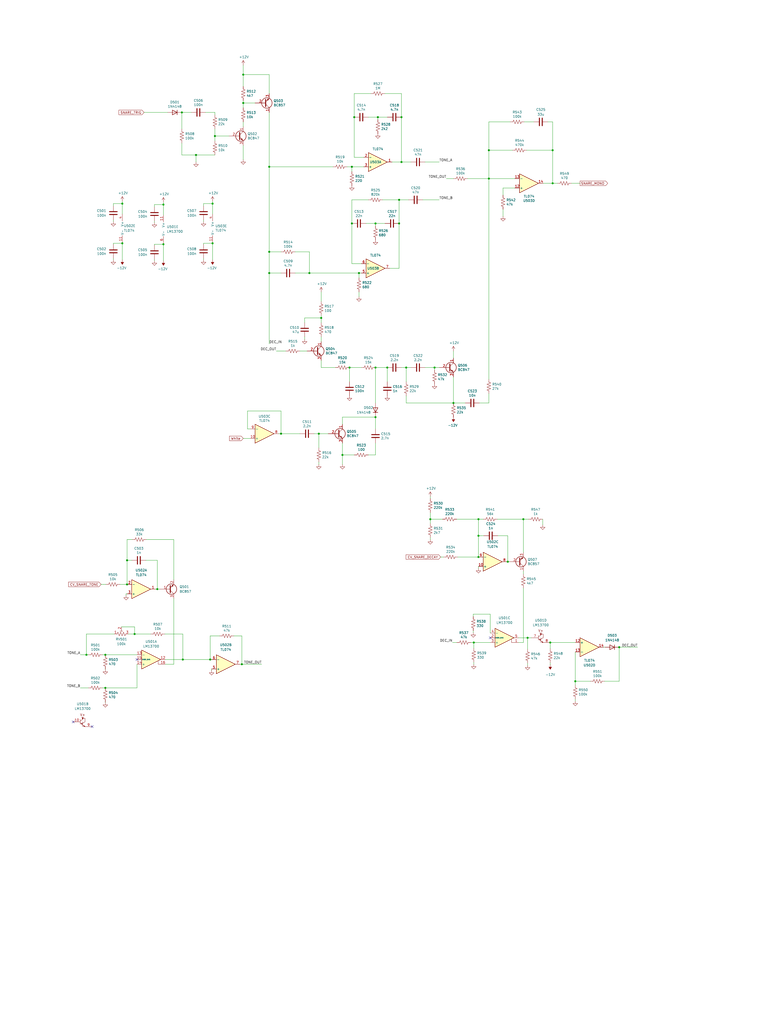
<source format=kicad_sch>
(kicad_sch (version 20231120) (generator "eeschema") (generator_version "8.0")
  (paper "User" 420 550)
  (junction (at 201.93 197.612))
  (junction (at 208.28 197.612))
  (junction (at 283.718 342.9))
  (junction (at 201.93 120.142))
  (junction (at 254.762 345.44))
  (junction (at 166.37 146.812))
  (junction (at 56.642 369.824))
  (junction (at 68.326 301.244))
  (junction (at 172.72 170.942))
  (junction (at 98.298 354.584))
  (junction (at 189.23 120.142))
  (junction (at 113.03 354.584))
  (junction (at 214.63 107.442))
  (junction (at 115.57 73.152))
  (junction (at 297.18 98.552))
  (junction (at 215.9 87.122))
  (junction (at 257.302 279.146))
  (junction (at 262.89 96.012))
  (junction (at 105.41 83.312))
  (junction (at 130.81 40.132))
  (junction (at 65.786 130.81))
  (junction (at 262.89 80.772))
  (junction (at 201.93 224.282))
  (junction (at 114.3 130.81))
  (junction (at 144.78 89.662))
  (junction (at 233.68 197.612))
  (junction (at 56.642 352.044))
  (junction (at 87.884 109.982))
  (junction (at 218.44 197.612))
  (junction (at 281.432 279.146))
  (junction (at 84.582 316.738))
  (junction (at 273.05 302.006))
  (junction (at 87.884 131.318))
  (junction (at 65.786 109.474))
  (junction (at 144.78 135.382))
  (junction (at 332.994 347.98))
  (junction (at 97.79 60.452))
  (junction (at 231.394 279.146))
  (junction (at 144.78 146.812))
  (junction (at 193.04 146.812))
  (junction (at 46.482 352.044))
  (junction (at 190.5 62.992))
  (junction (at 130.81 55.372))
  (junction (at 189.23 89.662))
  (junction (at 203.2 62.992))
  (junction (at 114.3 109.474))
  (junction (at 257.302 288.036))
  (junction (at 297.18 80.772))
  (junction (at 72.39 340.868))
  (junction (at 171.45 233.172))
  (junction (at 257.302 299.466))
  (junction (at 295.91 345.44))
  (junction (at 187.96 197.612))
  (junction (at 68.326 314.198))
  (junction (at 215.9 62.992))
  (junction (at 151.13 233.172))
  (junction (at 184.15 244.602))
  (junction (at 309.372 366.268))
  (junction (at 130.048 357.124))
  (junction (at 214.63 120.142))
  (junction (at 243.84 216.662))
  (no_connect (at 49.53 390.652))
  (no_connect (at 263.652 342.9))
  (no_connect (at 73.66 354.584))
  (no_connect (at 39.37 388.112))
  (wire (pts (xy 262.89 96.012) (xy 251.46 96.012)))
  (wire (pts (xy 297.18 80.772) (xy 297.18 65.532)))
  (wire (pts (xy 83.058 111.252) (xy 83.058 109.982)))
  (wire (pts (xy 309.372 350.52) (xy 309.372 366.268)))
  (wire (pts (xy 115.57 73.152) (xy 115.57 69.342)))
  (wire (pts (xy 257.302 304.546) (xy 257.302 305.562)))
  (wire (pts (xy 245.618 279.146) (xy 257.302 279.146)))
  (wire (pts (xy 118.11 341.884) (xy 113.03 341.884)))
  (wire (pts (xy 332.994 347.98) (xy 342.9 347.98)))
  (wire (pts (xy 281.432 316.23) (xy 281.432 345.44)))
  (wire (pts (xy 115.57 60.452) (xy 115.57 61.722)))
  (wire (pts (xy 281.432 279.146) (xy 281.432 296.926)))
  (wire (pts (xy 219.71 107.442) (xy 214.63 107.442)))
  (wire (pts (xy 309.372 366.268) (xy 317.5 366.268)))
  (wire (pts (xy 332.994 366.268) (xy 332.994 347.98)))
  (wire (pts (xy 172.72 183.642) (xy 172.72 181.102)))
  (wire (pts (xy 228.6 87.122) (xy 236.22 87.122)))
  (wire (pts (xy 88.9 357.124) (xy 93.472 357.124)))
  (wire (pts (xy 201.93 120.142) (xy 207.01 120.142)))
  (wire (pts (xy 98.298 354.584) (xy 113.03 354.584)))
  (wire (pts (xy 189.23 141.732) (xy 194.31 141.732)))
  (wire (pts (xy 171.45 249.682) (xy 171.45 248.412)))
  (wire (pts (xy 201.93 197.612) (xy 208.28 197.612)))
  (wire (pts (xy 83.566 316.738) (xy 84.582 316.738)))
  (wire (pts (xy 56.642 359.918) (xy 56.642 359.664)))
  (wire (pts (xy 151.13 135.382) (xy 144.78 135.382)))
  (wire (pts (xy 172.72 169.672) (xy 172.72 170.942)))
  (wire (pts (xy 207.01 50.292) (xy 215.9 50.292)))
  (wire (pts (xy 231.394 275.59) (xy 231.394 279.146)))
  (wire (pts (xy 189.23 120.142) (xy 189.23 107.442)))
  (wire (pts (xy 287.02 65.532) (xy 281.94 65.532)))
  (wire (pts (xy 231.394 279.146) (xy 237.998 279.146)))
  (wire (pts (xy 81.026 340.868) (xy 72.39 340.868)))
  (wire (pts (xy 46.482 352.044) (xy 47.498 352.044)))
  (wire (pts (xy 144.78 184.912) (xy 144.78 146.812)))
  (wire (pts (xy 149.86 233.172) (xy 151.13 233.172)))
  (wire (pts (xy 72.39 337.058) (xy 72.39 340.868)))
  (wire (pts (xy 201.93 121.412) (xy 201.93 120.142)))
  (wire (pts (xy 180.34 197.612) (xy 172.72 197.612)))
  (wire (pts (xy 133.096 230.632) (xy 133.096 220.98)))
  (wire (pts (xy 130.81 235.712) (xy 134.62 235.712)))
  (wire (pts (xy 83.058 139.446) (xy 83.058 140.208)))
  (wire (pts (xy 236.982 299.466) (xy 238.506 299.466)))
  (wire (pts (xy 109.474 138.938) (xy 109.474 139.7)))
  (wire (pts (xy 263.652 330.2) (xy 263.652 340.36)))
  (wire (pts (xy 68.326 319.278) (xy 67.818 319.278)))
  (wire (pts (xy 309.372 366.268) (xy 309.372 368.3)))
  (wire (pts (xy 60.96 110.744) (xy 60.96 109.474)))
  (wire (pts (xy 186.69 89.662) (xy 189.23 89.662)))
  (wire (pts (xy 193.04 146.812) (xy 166.37 146.812)))
  (wire (pts (xy 190.5 62.992) (xy 190.5 50.292)))
  (wire (pts (xy 262.89 80.772) (xy 262.89 65.532)))
  (wire (pts (xy 214.63 107.442) (xy 214.63 120.142)))
  (wire (pts (xy 272.542 302.006) (xy 273.05 302.006)))
  (wire (pts (xy 257.302 288.036) (xy 260.096 288.036)))
  (wire (pts (xy 130.81 40.132) (xy 130.81 46.482)))
  (wire (pts (xy 109.474 130.81) (xy 114.3 130.81)))
  (wire (pts (xy 215.9 50.292) (xy 215.9 62.992)))
  (wire (pts (xy 78.74 290.068) (xy 93.472 290.068)))
  (wire (pts (xy 283.718 356.616) (xy 283.718 357.632)))
  (wire (pts (xy 189.23 89.662) (xy 195.58 89.662)))
  (wire (pts (xy 123.19 73.152) (xy 115.57 73.152)))
  (wire (pts (xy 130.81 54.102) (xy 130.81 55.372)))
  (wire (pts (xy 281.432 345.44) (xy 278.892 345.44)))
  (wire (pts (xy 68.326 301.244) (xy 70.866 301.244)))
  (wire (pts (xy 130.81 65.532) (xy 130.81 68.072)))
  (wire (pts (xy 184.15 249.682) (xy 184.15 244.602)))
  (wire (pts (xy 68.326 290.068) (xy 68.326 301.244)))
  (wire (pts (xy 171.45 240.792) (xy 171.45 233.172)))
  (wire (pts (xy 215.9 197.612) (xy 218.44 197.612)))
  (wire (pts (xy 60.96 118.364) (xy 60.96 119.126)))
  (wire (pts (xy 292.1 98.552) (xy 297.18 98.552)))
  (wire (pts (xy 113.792 359.664) (xy 113.792 360.426)))
  (wire (pts (xy 97.79 69.342) (xy 97.79 60.452)))
  (wire (pts (xy 257.302 288.036) (xy 257.302 299.466)))
  (wire (pts (xy 190.5 84.582) (xy 195.58 84.582)))
  (wire (pts (xy 43.18 369.824) (xy 47.498 369.824)))
  (wire (pts (xy 144.78 40.132) (xy 130.81 40.132)))
  (wire (pts (xy 83.058 131.826) (xy 83.058 131.318)))
  (wire (pts (xy 158.75 135.382) (xy 166.37 135.382)))
  (wire (pts (xy 218.44 205.232) (xy 218.44 197.612)))
  (wire (pts (xy 93.472 357.124) (xy 93.472 321.818)))
  (wire (pts (xy 109.474 131.318) (xy 109.474 130.81)))
  (wire (pts (xy 115.57 75.692) (xy 115.57 73.152)))
  (wire (pts (xy 194.31 146.812) (xy 193.04 146.812)))
  (wire (pts (xy 64.516 314.198) (xy 68.326 314.198)))
  (wire (pts (xy 166.37 135.382) (xy 166.37 146.812)))
  (wire (pts (xy 60.96 130.81) (xy 65.786 130.81)))
  (wire (pts (xy 278.892 342.9) (xy 283.718 342.9)))
  (wire (pts (xy 102.87 60.452) (xy 97.79 60.452)))
  (wire (pts (xy 214.63 144.272) (xy 214.63 120.142)))
  (wire (pts (xy 87.884 109.982) (xy 87.884 115.57)))
  (wire (pts (xy 190.5 244.602) (xy 184.15 244.602)))
  (wire (pts (xy 198.12 244.602) (xy 201.93 244.602)))
  (wire (pts (xy 109.474 110.744) (xy 109.474 109.474)))
  (wire (pts (xy 270.51 116.332) (xy 270.51 112.522)))
  (wire (pts (xy 254.508 330.2) (xy 263.652 330.2)))
  (wire (pts (xy 114.3 109.474) (xy 114.3 115.062)))
  (wire (pts (xy 209.55 144.272) (xy 214.63 144.272)))
  (wire (pts (xy 273.05 288.036) (xy 273.05 302.006)))
  (wire (pts (xy 295.91 345.44) (xy 295.91 348.742)))
  (wire (pts (xy 163.83 170.942) (xy 172.72 170.942)))
  (wire (pts (xy 161.29 188.722) (xy 165.1 188.722)))
  (wire (pts (xy 84.582 316.738) (xy 85.852 316.738)))
  (wire (pts (xy 73.66 369.824) (xy 56.642 369.824)))
  (wire (pts (xy 184.15 238.252) (xy 184.15 244.602)))
  (wire (pts (xy 231.394 279.146) (xy 231.394 281.432)))
  (wire (pts (xy 267.716 288.036) (xy 273.05 288.036)))
  (wire (pts (xy 184.15 228.092) (xy 184.15 224.282)))
  (wire (pts (xy 54.356 314.198) (xy 56.896 314.198)))
  (wire (pts (xy 97.79 83.312) (xy 97.79 76.962)))
  (wire (pts (xy 172.72 197.612) (xy 172.72 193.802)))
  (wire (pts (xy 208.28 205.232) (xy 208.28 197.612)))
  (wire (pts (xy 151.13 233.172) (xy 161.29 233.172)))
  (wire (pts (xy 254.762 345.44) (xy 254.762 348.488)))
  (wire (pts (xy 65.786 109.474) (xy 65.786 115.062)))
  (wire (pts (xy 254.508 331.47) (xy 254.508 330.2)))
  (wire (pts (xy 144.78 89.662) (xy 179.07 89.662)))
  (wire (pts (xy 273.05 302.006) (xy 273.812 302.006)))
  (wire (pts (xy 257.302 279.146) (xy 259.842 279.146)))
  (wire (pts (xy 309.372 345.44) (xy 295.91 345.44)))
  (wire (pts (xy 187.96 205.232) (xy 187.96 197.612)))
  (wire (pts (xy 325.12 366.268) (xy 332.994 366.268)))
  (wire (pts (xy 114.3 130.81) (xy 114.3 130.302)))
  (wire (pts (xy 87.884 140.208) (xy 87.884 131.318)))
  (wire (pts (xy 84.582 301.244) (xy 84.582 316.738)))
  (wire (pts (xy 309.372 375.92) (xy 309.372 376.936)))
  (wire (pts (xy 134.62 230.632) (xy 133.096 230.632)))
  (wire (pts (xy 270.51 101.092) (xy 276.86 101.092)))
  (wire (pts (xy 144.78 50.292) (xy 144.78 40.132)))
  (wire (pts (xy 115.57 83.312) (xy 105.41 83.312)))
  (wire (pts (xy 297.18 98.552) (xy 297.18 80.772)))
  (wire (pts (xy 88.9 354.584) (xy 98.298 354.584)))
  (wire (pts (xy 190.5 62.992) (xy 190.5 84.582)))
  (wire (pts (xy 130.048 341.884) (xy 130.048 357.124)))
  (wire (pts (xy 56.642 352.044) (xy 73.66 352.044)))
  (wire (pts (xy 240.03 96.012) (xy 243.84 96.012)))
  (wire (pts (xy 83.058 118.872) (xy 83.058 119.634)))
  (wire (pts (xy 43.18 352.044) (xy 46.482 352.044)))
  (wire (pts (xy 77.47 60.452) (xy 90.17 60.452)))
  (wire (pts (xy 236.22 197.612) (xy 233.68 197.612)))
  (wire (pts (xy 78.486 301.244) (xy 84.582 301.244)))
  (wire (pts (xy 168.91 233.172) (xy 171.45 233.172)))
  (wire (pts (xy 151.13 220.98) (xy 151.13 233.172)))
  (wire (pts (xy 250.19 216.662) (xy 243.84 216.662)))
  (wire (pts (xy 262.89 96.012) (xy 262.89 80.772)))
  (wire (pts (xy 113.03 341.884) (xy 113.03 354.584)))
  (wire (pts (xy 262.89 65.532) (xy 274.32 65.532)))
  (wire (pts (xy 254.762 356.108) (xy 254.762 357.124)))
  (wire (pts (xy 307.34 98.552) (xy 311.912 98.552)))
  (wire (pts (xy 189.23 107.442) (xy 198.12 107.442)))
  (wire (pts (xy 88.646 340.868) (xy 98.298 340.868)))
  (wire (pts (xy 130.81 55.372) (xy 130.81 57.912)))
  (wire (pts (xy 324.612 347.98) (xy 325.374 347.98)))
  (wire (pts (xy 60.96 109.474) (xy 65.786 109.474)))
  (wire (pts (xy 151.13 146.812) (xy 144.78 146.812)))
  (wire (pts (xy 231.394 266.954) (xy 231.394 267.97)))
  (wire (pts (xy 105.41 87.122) (xy 105.41 83.312)))
  (wire (pts (xy 254.762 345.44) (xy 263.652 345.44)))
  (wire (pts (xy 267.462 279.146) (xy 281.432 279.146)))
  (wire (pts (xy 114.3 108.204) (xy 114.3 109.474)))
  (wire (pts (xy 93.472 290.068) (xy 93.472 311.658)))
  (wire (pts (xy 246.126 299.466) (xy 257.302 299.466)))
  (wire (pts (xy 262.89 216.662) (xy 262.89 211.582)))
  (wire (pts (xy 210.82 87.122) (xy 215.9 87.122)))
  (wire (pts (xy 253.238 345.44) (xy 254.762 345.44)))
  (wire (pts (xy 243.84 188.722) (xy 243.84 192.532)))
  (wire (pts (xy 243.332 345.44) (xy 245.618 345.44)))
  (wire (pts (xy 65.786 139.7) (xy 65.786 130.81)))
  (wire (pts (xy 218.44 216.662) (xy 243.84 216.662)))
  (wire (pts (xy 130.81 35.052) (xy 130.81 40.132)))
  (wire (pts (xy 231.394 289.052) (xy 231.394 290.068)))
  (wire (pts (xy 257.81 216.662) (xy 262.89 216.662)))
  (wire (pts (xy 270.51 104.902) (xy 270.51 101.092)))
  (wire (pts (xy 60.96 131.318) (xy 60.96 130.81)))
  (wire (pts (xy 218.44 212.852) (xy 218.44 216.662)))
  (wire (pts (xy 233.68 197.612) (xy 228.6 197.612)))
  (wire (pts (xy 109.474 118.364) (xy 109.474 119.126)))
  (wire (pts (xy 163.83 182.372) (xy 163.83 181.102)))
  (wire (pts (xy 67.818 319.278) (xy 67.818 320.04)))
  (wire (pts (xy 297.18 65.532) (xy 294.64 65.532)))
  (wire (pts (xy 281.432 279.146) (xy 284.226 279.146)))
  (wire (pts (xy 262.89 203.962) (xy 262.89 96.012)))
  (wire (pts (xy 243.84 216.662) (xy 243.84 202.692)))
  (wire (pts (xy 130.048 357.124) (xy 140.716 357.124)))
  (wire (pts (xy 68.326 301.244) (xy 68.326 314.198)))
  (wire (pts (xy 291.846 279.146) (xy 291.846 282.194)))
  (wire (pts (xy 83.058 131.318) (xy 87.884 131.318)))
  (wire (pts (xy 144.78 146.812) (xy 144.78 135.382)))
  (wire (pts (xy 105.41 83.312) (xy 97.79 83.312)))
  (wire (pts (xy 171.45 233.172) (xy 176.53 233.172)))
  (wire (pts (xy 227.33 107.442) (xy 236.22 107.442)))
  (wire (pts (xy 218.44 197.612) (xy 220.98 197.612)))
  (wire (pts (xy 189.23 120.142) (xy 189.23 141.732)))
  (wire (pts (xy 72.39 340.868) (xy 69.088 340.868)))
  (wire (pts (xy 61.468 340.868) (xy 46.482 340.868)))
  (wire (pts (xy 283.718 342.9) (xy 283.718 348.996)))
  (wire (pts (xy 187.96 197.612) (xy 194.31 197.612)))
  (wire (pts (xy 130.048 357.124) (xy 129.032 357.124)))
  (wire (pts (xy 193.04 159.512) (xy 193.04 156.972)))
  (wire (pts (xy 205.74 107.442) (xy 214.63 107.442)))
  (wire (pts (xy 125.73 341.884) (xy 130.048 341.884)))
  (wire (pts (xy 166.37 146.812) (xy 158.75 146.812)))
  (wire (pts (xy 196.85 120.142) (xy 201.93 120.142)))
  (wire (pts (xy 98.298 340.868) (xy 98.298 354.584)))
  (wire (pts (xy 73.66 357.124) (xy 73.66 369.824)))
  (wire (pts (xy 114.3 139.7) (xy 114.3 130.81)))
  (wire (pts (xy 65.278 337.058) (xy 72.39 337.058)))
  (wire (pts (xy 220.98 87.122) (xy 215.9 87.122)))
  (wire (pts (xy 275.59 80.772) (xy 262.89 80.772)))
  (wire (pts (xy 172.72 170.942) (xy 172.72 173.482)))
  (wire (pts (xy 203.2 62.992) (xy 208.28 62.992)))
  (wire (pts (xy 184.15 224.282) (xy 201.93 224.282)))
  (wire (pts (xy 87.884 131.318) (xy 87.884 130.81)))
  (wire (pts (xy 144.78 60.452) (xy 144.78 89.662)))
  (wire (pts (xy 189.23 92.202) (xy 189.23 89.662)))
  (wire (pts (xy 56.642 377.698) (xy 56.642 377.444)))
  (wire (pts (xy 137.16 55.372) (xy 130.81 55.372)))
  (wire (pts (xy 297.18 98.552) (xy 299.72 98.552)))
  (wire (pts (xy 276.86 96.012) (xy 262.89 96.012)))
  (wire (pts (xy 83.058 109.982) (xy 87.884 109.982)))
  (wire (pts (xy 283.21 80.772) (xy 297.18 80.772)))
  (wire (pts (xy 55.118 352.044) (xy 56.642 352.044)))
  (wire (pts (xy 257.302 279.146) (xy 257.302 288.036)))
  (wire (pts (xy 113.03 354.584) (xy 113.792 354.584)))
  (wire (pts (xy 148.59 188.722) (xy 153.67 188.722)))
  (wire (pts (xy 55.118 369.824) (xy 56.642 369.824)))
  (wire (pts (xy 295.91 356.362) (xy 295.91 357.378)))
  (wire (pts (xy 201.93 238.252) (xy 201.93 244.602)))
  (wire (pts (xy 46.482 340.868) (xy 46.482 352.044)))
  (wire (pts (xy 87.884 108.712) (xy 87.884 109.982)))
  (wire (pts (xy 60.96 138.938) (xy 60.96 139.7)))
  (wire (pts (xy 65.786 130.81) (xy 65.786 130.302)))
  (wire (pts (xy 203.2 64.262) (xy 203.2 62.992)))
  (wire (pts (xy 198.12 62.992) (xy 203.2 62.992)))
  (wire (pts (xy 172.72 156.972) (xy 172.72 162.052)))
  (wire (pts (xy 233.68 198.882) (xy 233.68 197.612)))
  (wire (pts (xy 201.93 216.662) (xy 201.93 197.612)))
  (wire (pts (xy 109.474 109.474) (xy 114.3 109.474)))
  (wire (pts (xy 130.81 85.852) (xy 130.81 78.232)))
  (wire (pts (xy 110.49 60.452) (xy 115.57 60.452)))
  (wire (pts (xy 133.096 220.98) (xy 151.13 220.98)))
  (wire (pts (xy 215.9 87.122) (xy 215.9 62.992)))
  (wire (pts (xy 144.78 135.382) (xy 144.78 89.662)))
  (wire (pts (xy 283.718 342.9) (xy 285.75 342.9)))
  (wire (pts (xy 71.12 290.068) (xy 68.326 290.068)))
  (wire (pts (xy 163.83 173.482) (xy 163.83 170.942)))
  (wire (pts (xy 281.432 307.086) (xy 281.432 308.61)))
  (wire (pts (xy 201.93 230.632) (xy 201.93 224.282)))
  (wire (pts (xy 254.508 339.09) (xy 254.508 340.106)))
  (wire (pts (xy 190.5 50.292) (xy 199.39 50.292)))
  (wire (pts (xy 65.786 108.204) (xy 65.786 109.474)))
  (wire (pts (xy 193.04 149.352) (xy 193.04 146.812)))
  (label "TONE_B" (at 236.22 107.442 0))
  (label "TONE_OUT" (at 240.03 96.012 180))
  (label "DEC_OUT" (at 342.9 347.98 180))
  (label "DEC_OUT" (at 148.59 188.722 180))
  (label "DEC_IN" (at 243.332 345.44 180))
  (label "TONE_A" (at 236.22 87.122 0))
  (label "TONE_OUT" (at 140.716 357.124 180))
  (label "TONE_A" (at 43.18 352.044 180))
  (label "TONE_B" (at 43.18 369.824 180))
  (label "DEC_IN" (at 144.78 184.912 0))
  (global_label "CV_SNARE_DECAY" (shape input) (at 236.982 299.466 180) (property "Intersheetrefs" "${INTERSHEET_REFS}" (effects (hide yes))))
  (global_label "CV_SNARE_TONE" (shape input) (at 54.356 314.198 180) (property "Intersheetrefs" "${INTERSHEET_REFS}" (effects (hide yes))))
  (global_label "SNARE_MONO" (shape output) (at 311.912 98.552 0) (property "Intersheetrefs" "${INTERSHEET_REFS}" (effects (hide yes))))
  (global_label "White" (shape input) (at 130.81 235.712 180) (property "Intersheetrefs" "${INTERSHEET_REFS}" (effects (hide yes))))
  (global_label "SNARE_TRIG" (shape input) (at 77.47 60.452 180) (property "Intersheetrefs" "${INTERSHEET_REFS}" (effects (hide yes))))
  (symbol (lib_id "Amplifier_Operational:TL074") (at 264.922 302.006 0) (mirror x) (unit 3)
    (property "Reference" "U502" (at 264.922 291.338 0))
    (property "Value" "TL074" (at 264.922 293.878 0))
    (property "Footprint" "Package_SO:SOIC-14_3.9x8.7mm_P1.27mm" (effects (hide yes)))
    (property "Datasheet" "http://www.ti.com/lit/ds/symlink/tl071.pdf" (effects (hide yes)))
    (property "Description" "Quad Low-Noise JFET-Input Operational Amplifiers, DIP-14/SOIC-14" (effects (hide yes)))
  )
  (symbol (lib_id "power:GND") (at 171.45 249.682 0) (unit 1)
    (property "Reference" "#PWR0521" (effects (hide yes)))
    (property "Value" "GND" (effects (hide yes)))
  )
  (symbol (lib_id "power:GND") (at 130.81 85.852 0) (unit 1)
    (property "Reference" "#PWR0519" (effects (hide yes)))
    (property "Value" "GND" (effects (hide yes)))
  )
  (symbol (lib_id "Device:C") (at 83.058 115.062 0) (unit 1)
    (property "Reference" "C504" (at 79.248 113.7919 0) (effects (justify right)))
    (property "Value" "100n" (at 79.248 116.3319 0) (effects (justify right)))
    (property "Footprint" "Capacitor_SMD:C_0805_2012Metric" (effects (hide yes)))
    (property "Description" "Unpolarized capacitor" (effects (hide yes)))
  )
  (symbol (lib_id "Device:C") (at 194.31 62.992 270) (unit 1)
    (property "Reference" "C514" (at 194.31 56.5912 90))
    (property "Value" "4.7n" (at 194.31 58.9026 90))
    (property "Footprint" "Capacitor_SMD:C_0805_2012Metric" (effects (hide yes)))
  )
  (symbol (lib_id "power:GND") (at 254.508 340.106 0) (unit 1)
    (property "Reference" "#PWR0535" (effects (hide yes)))
    (property "Value" "GND" (effects (hide yes)))
  )
  (symbol (lib_id "power:+12V") (at 231.394 266.954 0) (unit 1)
    (property "Reference" "#PWR0530" (effects (hide yes)))
    (property "Value" "+12V" (at 231.775 262.5598 0))
  )
  (symbol (lib_id "Device:C") (at 165.1 233.172 270) (unit 1)
    (property "Reference" "C511" (at 165.1 226.7712 90))
    (property "Value" "2.2n" (at 165.1 229.0826 90))
    (property "Footprint" "Capacitor_SMD:C_0805_2012Metric" (effects (hide yes)))
  )
  (symbol (lib_id "power:+12V") (at 130.81 35.052 0) (unit 1)
    (property "Reference" "#PWR0518" (effects (hide yes)))
    (property "Value" "+12V" (at 131.191 30.6578 0))
  )
  (symbol (lib_id "Device:C") (at 263.906 288.036 270) (unit 1)
    (property "Reference" "C524" (at 263.906 281.6352 90))
    (property "Value" "1n" (at 263.906 283.9466 90))
    (property "Footprint" "Capacitor_SMD:C_0805_2012Metric" (effects (hide yes)))
  )
  (symbol (lib_id "power:GND") (at 193.04 159.512 0) (unit 1)
    (property "Reference" "#PWR0526" (effects (hide yes)))
    (property "Value" "GND" (effects (hide yes)))
  )
  (symbol (lib_id "power:GND") (at 60.96 139.7 0) (unit 1)
    (property "Reference" "#PWR0504" (effects (hide yes)))
    (property "Value" "GND" (effects (hide yes)))
  )
  (symbol (lib_id "Device:C") (at 254 216.662 270) (unit 1)
    (property "Reference" "C523" (at 254 210.2612 90))
    (property "Value" "10n" (at 254 212.5726 90))
    (property "Footprint" "Capacitor_SMD:C_0805_2012Metric" (effects (hide yes)))
  )
  (symbol (lib_id "Transistor_BJT:BC557") (at 278.892 302.006 0) (mirror x) (unit 1)
    (property "Reference" "Q507" (at 283.7434 300.8376 0) (effects (justify left)))
    (property "Value" "BC857" (at 283.7434 303.149 0) (effects (justify left)))
    (property "Footprint" "Package_TO_SOT_SMD:SOT-23" (effects (hide yes)))
    (property "Datasheet" "https://www.onsemi.com/pub/Collateral/BC556BTA-D.pdf" (effects (hide yes)))
  )
  (symbol (lib_id "Transistor_BJT:BC547") (at 170.18 188.722 0) (unit 1)
    (property "Reference" "Q504" (at 175.0314 187.5536 0) (effects (justify left)))
    (property "Value" "BC847" (at 175.0314 189.865 0) (effects (justify left)))
    (property "Footprint" "Package_TO_SOT_SMD:SOT-23" (effects (hide yes)))
    (property "Datasheet" "https://www.onsemi.com/pub/Collateral/BC550-D.pdf" (effects (hide yes)))
  )
  (symbol (lib_id "power:GND") (at 208.28 212.852 0) (unit 1)
    (property "Reference" "#PWR0529" (effects (hide yes)))
    (property "Value" "GND" (effects (hide yes)))
  )
  (symbol (lib_id "Device:R_US") (at 51.308 369.824 270) (unit 1)
    (property "Reference" "R502" (at 51.308 364.617 90))
    (property "Value" "100k" (at 51.308 366.9284 90))
    (property "Footprint" "Resistor_SMD:R_0805_2012Metric" (effects (hide yes)))
  )
  (symbol (lib_id "Device:R_US") (at 154.94 135.382 270) (unit 1)
    (property "Reference" "R514" (at 154.94 130.175 90))
    (property "Value" "100k" (at 154.94 132.4864 90))
    (property "Footprint" "Resistor_SMD:R_0805_2012Metric" (effects (hide yes)))
  )
  (symbol (lib_id "Device:C") (at 212.09 197.612 270) (unit 1)
    (property "Reference" "C519" (at 212.09 191.2112 90))
    (property "Value" "2.2n" (at 212.09 193.5226 90))
    (property "Footprint" "Capacitor_SMD:C_0805_2012Metric" (effects (hide yes)))
  )
  (symbol (lib_id "Device:R_US") (at 241.808 279.146 270) (unit 1)
    (property "Reference" "R533" (at 241.808 273.939 90))
    (property "Value" "220k" (at 241.808 276.2504 90))
    (property "Footprint" "Resistor_SMD:R_0805_2012Metric" (effects (hide yes)))
  )
  (symbol (lib_id "Device:R_US") (at 84.836 340.868 270) (unit 1)
    (property "Reference" "R507" (at 84.836 335.661 90))
    (property "Value" "10k" (at 84.836 337.9724 90))
    (property "Footprint" "Resistor_SMD:R_0805_2012Metric" (effects (hide yes)))
  )
  (symbol (lib_id "Amplifier_Operational:TL074") (at 203.2 87.122 0) (mirror x) (unit 1)
    (property "Reference" "U503" (at 201.93 87.122 0))
    (property "Value" "TL074" (at 203.2 80.1116 0))
    (property "Footprint" "Package_SO:SOIC-14_3.9x8.7mm_P1.27mm" (effects (hide yes)))
    (property "Datasheet" "http://www.ti.com/lit/ds/symlink/tl071.pdf" (effects (hide yes)))
  )
  (symbol (lib_id "power:GND") (at 83.058 119.634 0) (unit 1)
    (property "Reference" "#PWR0508" (effects (hide yes)))
    (property "Value" "GND" (effects (hide yes)))
  )
  (symbol (lib_id "power:GND") (at 109.474 139.7 0) (unit 1)
    (property "Reference" "#PWR0514" (effects (hide yes)))
    (property "Value" "GND" (effects (hide yes)))
  )
  (symbol (lib_id "Device:R_US") (at 74.93 290.068 270) (unit 1)
    (property "Reference" "R506" (at 74.93 284.861 90))
    (property "Value" "33k" (at 74.93 287.1724 90))
    (property "Footprint" "Resistor_SMD:R_0805_2012Metric" (effects (hide yes)))
  )
  (symbol (lib_id "Device:C") (at 187.96 209.042 180) (unit 1)
    (property "Reference" "C512" (at 190.881 207.8736 0) (effects (justify right)))
    (property "Value" "100n" (at 190.881 210.185 0) (effects (justify right)))
    (property "Footprint" "Capacitor_SMD:C_0805_2012Metric" (effects (hide yes)))
  )
  (symbol (lib_id "power:+12V") (at 172.72 156.972 0) (unit 1)
    (property "Reference" "#PWR0522" (effects (hide yes)))
    (property "Value" "+12V" (at 173.101 152.5778 0))
  )
  (symbol (lib_id "Device:R_US") (at 242.316 299.466 270) (unit 1)
    (property "Reference" "R534" (at 242.316 294.259 90))
    (property "Value" "220k" (at 242.316 296.5704 90))
    (property "Footprint" "Resistor_SMD:R_0805_2012Metric" (effects (hide yes)))
  )
  (symbol (lib_id "power:GND") (at 203.2 71.882 0) (unit 1)
    (property "Reference" "#PWR0528" (effects (hide yes)))
    (property "Value" "GND" (effects (hide yes)))
  )
  (symbol (lib_id "power:GND") (at 56.642 377.698 0) (unit 1)
    (property "Reference" "#PWR0502" (effects (hide yes)))
    (property "Value" "GND" (effects (hide yes)))
  )
  (symbol (lib_id "power:+12V") (at 114.3 108.204 0) (unit 1)
    (property "Reference" "#PWR0516" (effects (hide yes)))
    (property "Value" "+12V" (at 114.681 103.8098 0))
  )
  (symbol (lib_id "Amplifier_Operational:TL074") (at 63.246 122.682 0) (mirror y) (unit 5)
    (property "Reference" "U502" (at 66.548 121.4119 0) (effects (justify right)))
    (property "Value" "TL074" (at 66.548 123.9519 0) (effects (justify right)))
    (property "Footprint" "Package_SO:SOIC-14_3.9x8.7mm_P1.27mm" (effects (hide yes)))
    (property "Datasheet" "http://www.ti.com/lit/ds/symlink/tl071.pdf" (effects (hide yes)))
    (property "Description" "Quad Low-Noise JFET-Input Operational Amplifiers, DIP-14/SOIC-14" (effects (hide yes)))
  )
  (symbol (lib_id "power:GND") (at 163.83 182.372 0) (unit 1)
    (property "Reference" "#PWR0520" (effects (hide yes)))
    (property "Value" "GND" (effects (hide yes)))
  )
  (symbol (lib_id "Amplifier_Operational:LM13700") (at 90.424 123.19 0) (unit 5)
    (property "Reference" "U501" (at 89.662 121.9199 0) (effects (justify left)))
    (property "Value" "LM13700" (at 89.662 124.4599 0) (effects (justify left)))
    (property "Footprint" "Package_SO:SOIC-16_3.9x9.9mm_P1.27mm" (effects (hide yes)))
    (property "Datasheet" "http://www.ti.com/lit/ds/symlink/lm13700.pdf" (effects (hide yes)))
    (property "Description" "Dual Operational Transconductance Amplifiers with Linearizing Diodes and Buffers, DIP-16/SOIC-16" (effects (hide yes)))
  )
  (symbol (lib_id "Device:R_US") (at 121.92 341.884 270) (unit 1)
    (property "Reference" "R511" (at 121.92 336.677 90))
    (property "Value" "47k" (at 121.92 338.9884 90))
    (property "Footprint" "Resistor_SMD:R_0805_2012Metric" (effects (hide yes)))
  )
  (symbol (lib_id "power:GND") (at 83.058 140.208 0) (unit 1)
    (property "Reference" "#PWR0509" (effects (hide yes)))
    (property "Value" "GND" (effects (hide yes)))
  )
  (symbol (lib_id "Device:C") (at 109.474 135.128 0) (unit 1)
    (property "Reference" "C508" (at 105.664 133.8579 0) (effects (justify right)))
    (property "Value" "100n" (at 105.664 136.3979 0) (effects (justify right)))
    (property "Footprint" "Capacitor_SMD:C_0805_2012Metric" (effects (hide yes)))
    (property "Description" "Unpolarized capacitor" (effects (hide yes)))
  )
  (symbol (lib_id "power:GND") (at 56.642 359.918 0) (unit 1)
    (property "Reference" "#PWR0501" (effects (hide yes)))
    (property "Value" "GND" (effects (hide yes)))
  )
  (symbol (lib_id "Amplifier_Operational:TL074") (at 316.992 347.98 0) (unit 4)
    (property "Reference" "U502" (at 316.992 357.632 0))
    (property "Value" "TL074" (at 316.992 355.092 0))
    (property "Footprint" "Package_SO:SOIC-14_3.9x8.7mm_P1.27mm" (effects (hide yes)))
    (property "Datasheet" "http://www.ti.com/lit/ds/symlink/tl071.pdf" (effects (hide yes)))
    (property "Description" "Quad Low-Noise JFET-Input Operational Amplifiers, DIP-14/SOIC-14" (effects (hide yes)))
  )
  (symbol (lib_id "Device:R_US") (at 171.45 244.602 0) (unit 1)
    (property "Reference" "R516" (at 173.1772 243.4336 0) (effects (justify left)))
    (property "Value" "22k" (at 173.1772 245.745 0) (effects (justify left)))
    (property "Footprint" "Resistor_SMD:R_0805_2012Metric" (effects (hide yes)))
  )
  (symbol (lib_id "power:GND") (at 60.96 119.126 0) (unit 1)
    (property "Reference" "#PWR0503" (effects (hide yes)))
    (property "Value" "GND" (effects (hide yes)))
  )
  (symbol (lib_id "Device:R_US") (at 182.88 89.662 270) (unit 1)
    (property "Reference" "R519" (at 182.88 84.455 90))
    (property "Value" "10k" (at 182.88 86.7664 90))
    (property "Footprint" "Resistor_SMD:R_0805_2012Metric" (effects (hide yes)))
  )
  (symbol (lib_id "Device:C") (at 60.96 114.554 0) (unit 1)
    (property "Reference" "C501" (at 57.15 113.2839 0) (effects (justify right)))
    (property "Value" "100n" (at 57.15 115.8239 0) (effects (justify right)))
    (property "Footprint" "Capacitor_SMD:C_0805_2012Metric" (effects (hide yes)))
    (property "Description" "Unpolarized capacitor" (effects (hide yes)))
  )
  (symbol (lib_id "Device:C") (at 208.28 209.042 180) (unit 1)
    (property "Reference" "C516" (at 211.201 207.8736 0) (effects (justify right)))
    (property "Value" "1n" (at 211.201 210.185 0) (effects (justify right)))
    (property "Footprint" "Capacitor_SMD:C_0805_2012Metric" (effects (hide yes)))
  )
  (symbol (lib_id "power:GND") (at 105.41 87.122 0) (unit 1)
    (property "Reference" "#PWR0512" (effects (hide yes)))
    (property "Value" "GND" (effects (hide yes)))
  )
  (symbol (lib_id "Device:R_US") (at 281.432 312.42 180) (unit 1)
    (property "Reference" "R545" (at 283.1592 311.2516 0) (effects (justify right)))
    (property "Value" "4k7" (at 283.1592 313.563 0) (effects (justify right)))
    (property "Footprint" "Resistor_SMD:R_0805_2012Metric" (effects (hide yes)))
  )
  (symbol (lib_id "power:GND") (at 109.474 119.126 0) (unit 1)
    (property "Reference" "#PWR0513" (effects (hide yes)))
    (property "Value" "GND" (effects (hide yes)))
  )
  (symbol (lib_id "Device:R_US") (at 288.036 279.146 270) (unit 1)
    (property "Reference" "R547" (at 288.036 273.939 90))
    (property "Value" "1k" (at 288.036 276.2504 90))
    (property "Footprint" "Resistor_SMD:R_0805_2012Metric" (effects (hide yes)))
  )
  (symbol (lib_id "Device:R_US") (at 51.308 352.044 270) (unit 1)
    (property "Reference" "R501" (at 51.308 346.837 90))
    (property "Value" "100k" (at 51.308 349.1484 90))
    (property "Footprint" "Resistor_SMD:R_0805_2012Metric" (effects (hide yes)))
  )
  (symbol (lib_id "power:GND") (at 201.93 129.032 0) (unit 1)
    (property "Reference" "#PWR0527" (effects (hide yes)))
    (property "Value" "GND" (effects (hide yes)))
  )
  (symbol (lib_id "Device:C") (at 109.474 114.554 0) (unit 1)
    (property "Reference" "C507" (at 105.664 113.2839 0) (effects (justify right)))
    (property "Value" "100n" (at 105.664 115.8239 0) (effects (justify right)))
    (property "Footprint" "Capacitor_SMD:C_0805_2012Metric" (effects (hide yes)))
    (property "Description" "Unpolarized capacitor" (effects (hide yes)))
  )
  (symbol (lib_id "Device:R_US") (at 184.15 197.612 270) (unit 1)
    (property "Reference" "R520" (at 184.15 192.405 90))
    (property "Value" "15k" (at 184.15 194.7164 90))
    (property "Footprint" "Resistor_SMD:R_0805_2012Metric" (effects (hide yes)))
  )
  (symbol (lib_id "Device:R_US") (at 262.89 207.772 180) (unit 1)
    (property "Reference" "R540" (at 264.6172 206.6036 0) (effects (justify right)))
    (property "Value" "27k" (at 264.6172 208.915 0) (effects (justify right)))
    (property "Footprint" "Resistor_SMD:R_0805_2012Metric" (effects (hide yes)))
  )
  (symbol (lib_id "power:-12V") (at 87.884 140.208 180) (unit 1)
    (property "Reference" "#PWR0511" (effects (hide yes)))
    (property "Value" "-12V" (at 87.503 144.6022 0))
  )
  (symbol (lib_id "power:GND") (at 187.96 212.852 0) (unit 1)
    (property "Reference" "#PWR0524" (effects (hide yes)))
    (property "Value" "GND" (effects (hide yes)))
  )
  (symbol (lib_id "Device:R_Potentiometer_Trim_US") (at 65.278 340.868 90) (unit 1)
    (property "Reference" "RV501" (at 65.278 343.662 90))
    (property "Value" "100k" (at 65.278 346.202 90))
    (property "Footprint" "Potentiometer_THT:Potentiometer_Bourns_3296W_Vertical" (effects (hide yes)))
    (property "Description" "Trim-potentiometer, US symbol" (effects (hide yes)))
  )
  (symbol (lib_id "Device:C") (at 74.676 301.244 270) (unit 1)
    (property "Reference" "C503" (at 74.676 294.8432 90))
    (property "Value" "1n" (at 74.676 297.1546 90))
    (property "Footprint" "Capacitor_SMD:C_0805_2012Metric" (effects (hide yes)))
  )
  (symbol (lib_id "Device:R_US") (at 203.2 68.072 0) (unit 1)
    (property "Reference" "R528" (at 204.9272 66.9036 0) (effects (justify left)))
    (property "Value" "2k2" (at 204.9272 69.215 0) (effects (justify left)))
    (property "Footprint" "Resistor_SMD:R_0805_2012Metric" (effects (hide yes)))
  )
  (symbol (lib_id "power:GND") (at 189.23 99.822 0) (unit 1)
    (property "Reference" "#PWR0525" (effects (hide yes)))
    (property "Value" "GND" (effects (hide yes)))
  )
  (symbol (lib_id "power:+12V") (at 243.84 188.722 0) (unit 1)
    (property "Reference" "#PWR0533" (effects (hide yes)))
    (property "Value" "+12V" (at 244.221 184.3278 0))
  )
  (symbol (lib_id "Device:R_US") (at 283.718 352.806 180) (unit 1)
    (property "Reference" "R546" (at 285.4452 351.6376 0) (effects (justify right)))
    (property "Value" "47k" (at 285.4452 353.949 0) (effects (justify right)))
    (property "Footprint" "Resistor_SMD:R_0805_2012Metric" (effects (hide yes)))
  )
  (symbol (lib_id "Amplifier_Operational:LM13700") (at 81.28 354.584 0) (unit 1)
    (property "Reference" "U501" (at 81.28 344.932 0))
    (property "Value" "LM13700" (at 81.28 347.472 0))
    (property "Footprint" "Package_SO:SOIC-16_3.9x9.9mm_P1.27mm" (effects (hide yes)))
    (property "Datasheet" "http://www.ti.com/lit/ds/symlink/lm13700.pdf" (effects (hide yes)))
    (property "Description" "Dual Operational Transconductance Amplifiers with Linearizing Diodes and Buffers, DIP-16/SOIC-16" (effects (hide yes)))
  )
  (symbol (lib_id "Amplifier_Operational:LM13700") (at 46.99 388.112 0) (unit 2)
    (property "Reference" "U501" (at 44.45 378.46 0))
    (property "Value" "LM13700" (at 44.45 381 0))
    (property "Footprint" "Package_SO:SOIC-16_3.9x9.9mm_P1.27mm" (effects (hide yes)))
    (property "Datasheet" "http://www.ti.com/lit/ds/symlink/lm13700.pdf" (effects (hide yes)))
    (property "Description" "Dual Operational Transconductance Amplifiers with Linearizing Diodes and Buffers, DIP-16/SOIC-16" (effects (hide yes)))
  )
  (symbol (lib_id "Device:R_US") (at 201.93 107.442 270) (unit 1)
    (property "Reference" "R525" (at 201.93 102.235 90))
    (property "Value" "820k" (at 201.93 104.5464 90))
    (property "Footprint" "Resistor_SMD:R_0805_2012Metric" (effects (hide yes)))
  )
  (symbol (lib_id "Diode:1N4148") (at 93.98 60.452 180) (unit 1)
    (property "Reference" "D501" (at 93.98 54.9402 0))
    (property "Value" "1N4148" (at 93.98 57.2516 0))
    (property "Footprint" "Diode_SMD:D_SOD-123" (effects (hide yes)))
    (property "Datasheet" "https://assets.nexperia.com/documents/data-sheet/1N4148_1N4448.pdf" (effects (hide yes)))
    (property "Sim.Device" "D" (effects (hide yes)))
    (property "Sim.Pins" "1=K 2=A" (effects (hide yes)))
  )
  (symbol (lib_id "Device:R_US") (at 130.81 50.292 0) (unit 1)
    (property "Reference" "R512" (at 132.5372 49.1236 0) (effects (justify left)))
    (property "Value" "4k7" (at 132.5372 51.435 0) (effects (justify left)))
    (property "Footprint" "Resistor_SMD:R_0805_2012Metric" (effects (hide yes)))
  )
  (symbol (lib_id "Device:R_US") (at 60.706 314.198 270) (unit 1)
    (property "Reference" "R505" (at 60.706 308.991 90))
    (property "Value" "10k" (at 60.706 311.3024 90))
    (property "Footprint" "Resistor_SMD:R_0805_2012Metric" (effects (hide yes)))
  )
  (symbol (lib_id "Device:R_US") (at 172.72 177.292 0) (unit 1)
    (property "Reference" "R518" (at 174.4472 176.1236 0) (effects (justify left)))
    (property "Value" "470" (at 174.4472 178.435 0) (effects (justify left)))
    (property "Footprint" "Resistor_SMD:R_0805_2012Metric" (effects (hide yes)))
  )
  (symbol (lib_id "Device:R_US") (at 56.642 373.634 0) (unit 1)
    (property "Reference" "R504" (at 58.3692 372.4656 0) (effects (justify left)))
    (property "Value" "470" (at 58.3692 374.777 0) (effects (justify left)))
    (property "Footprint" "Resistor_SMD:R_0805_2012Metric" (effects (hide yes)))
  )
  (symbol (lib_name "GND_1") (lib_id "power:GND") (at 113.792 360.426 0) (unit 1)
    (property "Reference" "#PWR0515" (effects (hide yes)))
    (property "Value" "GND" (effects (hide yes)))
    (property "Description" "Power symbol creates a global label with name \"GND\" , ground" (effects (hide yes)))
  )
  (symbol (lib_id "Diode:1N4148") (at 201.93 220.472 90) (unit 1)
    (property "Reference" "D502" (at 195.58 219.202 90) (effects (justify right)))
    (property "Value" "1N4148" (at 191.77 221.742 90) (effects (justify right)))
    (property "Footprint" "Diode_SMD:D_SOD-123" (effects (hide yes)))
    (property "Datasheet" "https://assets.nexperia.com/documents/data-sheet/1N4148_1N4448.pdf" (effects (hide yes)))
    (property "Sim.Device" "D" (effects (hide yes)))
    (property "Sim.Pins" "1=K 2=A" (effects (hide yes)))
  )
  (symbol (lib_id "power:+12V") (at 65.786 108.204 0) (unit 1)
    (property "Reference" "#PWR0505" (effects (hide yes)))
    (property "Value" "+12V" (at 66.167 103.8098 0))
  )
  (symbol (lib_id "Device:R_US") (at 157.48 188.722 270) (unit 1)
    (property "Reference" "R515" (at 157.48 183.515 90))
    (property "Value" "1k" (at 157.48 185.8264 90))
    (property "Footprint" "Resistor_SMD:R_0805_2012Metric" (effects (hide yes)))
  )
  (symbol (lib_id "power:GND") (at 257.302 305.562 0) (unit 1)
    (property "Reference" "#PWR0537" (effects (hide yes)))
    (property "Value" "GND" (effects (hide yes)))
  )
  (symbol (lib_id "Device:C") (at 60.96 135.128 0) (unit 1)
    (property "Reference" "C502" (at 57.15 133.8579 0) (effects (justify right)))
    (property "Value" "100n" (at 57.15 136.3979 0) (effects (justify right)))
    (property "Footprint" "Capacitor_SMD:C_0805_2012Metric" (effects (hide yes)))
    (property "Description" "Unpolarized capacitor" (effects (hide yes)))
  )
  (symbol (lib_id "Device:C") (at 223.52 107.442 270) (unit 1)
    (property "Reference" "C520" (at 223.52 101.0412 90))
    (property "Value" "47n" (at 223.52 103.3526 90))
    (property "Footprint" "Capacitor_SMD:C_0805_2012Metric" (effects (hide yes)))
  )
  (symbol (lib_id "Transistor_BJT:BC857") (at 90.932 316.738 0) (mirror x) (unit 1)
    (property "Reference" "Q501" (at 96.52 315.4679 0) (effects (justify left)))
    (property "Value" "BC857" (at 96.52 318.0079 0) (effects (justify left)))
    (property "Footprint" "Package_TO_SOT_SMD:SOT-23" (effects (hide yes)))
    (property "Datasheet" "https://www.onsemi.com/pub/Collateral/BC860-D.pdf" (effects (hide yes)))
    (property "Description" "0.1A Ic, 45V Vce, PNP Transistor, SOT-23" (effects (hide yes)))
  )
  (symbol (lib_id "power:GND") (at 270.51 116.332 0) (unit 1)
    (property "Reference" "#PWR0538" (effects (hide yes)))
    (property "Value" "GND" (effects (hide yes)))
  )
  (symbol (lib_id "Amplifier_Operational:TL074") (at 201.93 144.272 0) (mirror x) (unit 2)
    (property "Reference" "U503" (at 200.66 144.272 0))
    (property "Value" "TL074" (at 201.93 137.2616 0))
    (property "Footprint" "Package_SO:SOIC-14_3.9x8.7mm_P1.27mm" (effects (hide yes)))
    (property "Datasheet" "http://www.ti.com/lit/ds/symlink/tl071.pdf" (effects (hide yes)))
  )
  (symbol (lib_id "Amplifier_Operational:TL074") (at 116.84 122.682 0) (unit 5)
    (property "Reference" "U503" (at 115.7732 121.5136 0) (effects (justify left)))
    (property "Value" "TL074" (at 115.7732 123.825 0) (effects (justify left)))
    (property "Footprint" "Package_SO:SOIC-14_3.9x8.7mm_P1.27mm" (effects (hide yes)))
    (property "Datasheet" "http://www.ti.com/lit/ds/symlink/tl071.pdf" (effects (hide yes)))
  )
  (symbol (lib_id "Device:C") (at 224.79 87.122 270) (unit 1)
    (property "Reference" "C521" (at 224.79 80.7212 90))
    (property "Value" "47n" (at 224.79 83.0326 90))
    (property "Footprint" "Capacitor_SMD:C_0805_2012Metric" (effects (hide yes)))
  )
  (symbol (lib_id "Diode:1N4148") (at 329.184 347.98 180) (unit 1)
    (property "Reference" "D503" (at 329.184 341.63 0))
    (property "Value" "1N4148" (at 329.184 344.17 0))
    (property "Footprint" "Diode_THT:D_DO-35_SOD27_P7.62mm_Horizontal" (effects (hide yes)))
    (property "Datasheet" "https://assets.nexperia.com/documents/data-sheet/1N4148_1N4448.pdf" (effects (hide yes)))
    (property "Description" "100V 0.15A standard switching diode, DO-35" (effects (hide yes)))
    (property "Sim.Device" "D" (effects (hide yes)))
    (property "Sim.Pins" "1=K 2=A" (effects (hide yes)))
  )
  (symbol (lib_id "Device:R_US") (at 193.04 153.162 0) (unit 1)
    (property "Reference" "R522" (at 194.7672 151.9936 0) (effects (justify left)))
    (property "Value" "680" (at 194.7672 154.305 0) (effects (justify left)))
    (property "Footprint" "Resistor_SMD:R_0805_2012Metric" (effects (hide yes)))
  )
  (symbol (lib_id "Device:R_US") (at 115.57 65.532 0) (unit 1)
    (property "Reference" "R509" (at 117.2972 64.3636 0) (effects (justify left)))
    (property "Value" "22k" (at 117.2972 66.675 0) (effects (justify left)))
    (property "Footprint" "Resistor_SMD:R_0805_2012Metric" (effects (hide yes)))
  )
  (symbol (lib_id "Device:R_US") (at 270.51 108.712 0) (unit 1)
    (property "Reference" "R542" (at 272.2372 107.5436 0) (effects (justify left)))
    (property "Value" "47k" (at 272.2372 109.855 0) (effects (justify left)))
    (property "Footprint" "Resistor_SMD:R_0805_2012Metric" (effects (hide yes)))
  )
  (symbol (lib_id "Amplifier_Operational:LM13700") (at 271.272 342.9 0) (unit 3)
    (property "Reference" "U501" (at 271.272 332.232 0))
    (property "Value" "LM13700" (at 271.272 334.772 0))
    (property "Footprint" "Package_SO:SOIC-16_3.9x9.9mm_P1.27mm" (effects (hide yes)))
    (property "Datasheet" "http://www.ti.com/lit/ds/symlink/lm13700.pdf" (effects (hide yes)))
    (property "Description" "Dual Operational Transconductance Amplifiers with Linearizing Diodes and Buffers, DIP-16/SOIC-16" (effects (hide yes)))
  )
  (symbol (lib_id "Device:C") (at 290.83 65.532 90) (unit 1)
    (property "Reference" "C525" (at 290.83 58.928 90))
    (property "Value" "33u" (at 290.83 61.468 90))
    (property "Footprint" "Capacitor_SMD:C_0805_2012Metric" (effects (hide yes)))
    (property "Description" "Unpolarized capacitor" (effects (hide yes)))
  )
  (symbol (lib_id "Device:R_US") (at 249.428 345.44 270) (unit 1)
    (property "Reference" "R537" (at 249.428 340.233 90))
    (property "Value" "47k" (at 249.428 342.5444 90))
    (property "Footprint" "Resistor_SMD:R_0805_2012Metric" (effects (hide yes)))
  )
  (symbol (lib_id "Device:R_US") (at 263.652 279.146 270) (unit 1)
    (property "Reference" "R541" (at 263.652 273.939 90))
    (property "Value" "56k" (at 263.652 276.2504 90))
    (property "Footprint" "Resistor_SMD:R_0805_2012Metric" (effects (hide yes)))
  )
  (symbol (lib_id "Device:R_US") (at 321.31 366.268 270) (unit 1)
    (property "Reference" "R551" (at 321.31 361.061 90))
    (property "Value" "100k" (at 321.31 363.3724 90))
    (property "Footprint" "Resistor_SMD:R_0805_2012Metric" (effects (hide yes)))
  )
  (symbol (lib_id "Amplifier_Operational:TL074") (at 121.412 357.124 0) (mirror x) (unit 2)
    (property "Reference" "U502" (at 121.412 346.71 0))
    (property "Value" "TL074" (at 121.412 349.25 0))
    (property "Footprint" "Package_SO:SOIC-14_3.9x8.7mm_P1.27mm" (effects (hide yes)))
    (property "Datasheet" "http://www.ti.com/lit/ds/symlink/tl071.pdf" (effects (hide yes)))
    (property "Description" "Quad Low-Noise JFET-Input Operational Amplifiers, DIP-14/SOIC-14" (effects (hide yes)))
  )
  (symbol (lib_id "Amplifier_Operational:LM13700") (at 293.37 342.9 0) (unit 4)
    (property "Reference" "U501" (at 290.83 333.502 0))
    (property "Value" "LM13700" (at 290.83 336.042 0))
    (property "Footprint" "Package_SO:SOIC-16_3.9x9.9mm_P1.27mm" (effects (hide yes)))
    (property "Datasheet" "http://www.ti.com/lit/ds/symlink/lm13700.pdf" (effects (hide yes)))
    (property "Description" "Dual Operational Transconductance Amplifiers with Linearizing Diodes and Buffers, DIP-16/SOIC-16" (effects (hide yes)))
  )
  (symbol (lib_id "Device:R_US") (at 233.68 202.692 180) (unit 1)
    (property "Reference" "R532" (at 235.4072 201.5236 0) (effects (justify right)))
    (property "Value" "47k" (at 235.4072 203.835 0) (effects (justify right)))
    (property "Footprint" "Resistor_SMD:R_0805_2012Metric" (effects (hide yes)))
  )
  (symbol (lib_id "Device:R_US") (at 97.79 73.152 0) (unit 1)
    (property "Reference" "R508" (at 99.5172 71.9836 0) (effects (justify left)))
    (property "Value" "100k" (at 99.5172 74.295 0) (effects (justify left)))
    (property "Footprint" "Resistor_SMD:R_0805_2012Metric" (effects (hide yes)))
  )
  (symbol (lib_id "Transistor_BJT:BC547") (at 181.61 233.172 0) (unit 1)
    (property "Reference" "Q505" (at 186.4614 232.0036 0) (effects (justify left)))
    (property "Value" "BC847" (at 186.4614 234.315 0) (effects (justify left)))
    (property "Footprint" "Package_TO_SOT_SMD:SOT-23" (effects (hide yes)))
    (property "Datasheet" "https://www.onsemi.com/pub/Collateral/BC550-D.pdf" (effects (hide yes)))
  )
  (symbol (lib_id "Device:R_US") (at 115.57 79.502 0) (unit 1)
    (property "Reference" "R510" (at 117.2972 78.3336 0) (effects (justify left)))
    (property "Value" "10k" (at 117.2972 80.645 0) (effects (justify left)))
    (property "Footprint" "Resistor_SMD:R_0805_2012Metric" (effects (hide yes)))
  )
  (symbol (lib_id "Amplifier_Operational:TL074") (at 75.946 316.738 0) (mirror x) (unit 1)
    (property "Reference" "U502" (at 75.946 306.578 0))
    (property "Value" "TL074" (at 75.946 309.118 0))
    (property "Footprint" "Package_SO:SOIC-14_3.9x8.7mm_P1.27mm" (effects (hide yes)))
    (property "Datasheet" "http://www.ti.com/lit/ds/symlink/tl071.pdf" (effects (hide yes)))
    (property "Description" "Quad Low-Noise JFET-Input Operational Amplifiers, DIP-14/SOIC-14" (effects (hide yes)))
  )
  (symbol (lib_id "Device:C") (at 106.68 60.452 270) (unit 1)
    (property "Reference" "C506" (at 106.68 54.0512 90))
    (property "Value" "100n" (at 106.68 56.3626 90))
    (property "Footprint" "Capacitor_SMD:C_0805_2012Metric" (effects (hide yes)))
  )
  (symbol (lib_id "power:GND") (at 291.846 282.194 0) (unit 1)
    (property "Reference" "#PWR0540" (effects (hide yes)))
    (property "Value" "GND" (effects (hide yes)))
  )
  (symbol (lib_id "Device:R_US") (at 295.91 352.552 180) (unit 1)
    (property "Reference" "R548" (at 297.6372 351.3836 0) (effects (justify right)))
    (property "Value" "22k" (at 297.6372 353.695 0) (effects (justify right)))
    (property "Footprint" "Resistor_SMD:R_0805_2012Metric" (effects (hide yes)))
  )
  (symbol (lib_id "Device:R_US") (at 243.84 220.472 180) (unit 1)
    (property "Reference" "R535" (at 245.5672 219.3036 0) (effects (justify right)))
    (property "Value" "22k" (at 245.5672 221.615 0) (effects (justify right)))
    (property "Footprint" "Resistor_SMD:R_0805_2012Metric" (effects (hide yes)))
  )
  (symbol (lib_id "power:GND") (at 233.68 206.502 0) (unit 1)
    (property "Reference" "#PWR0532" (effects (hide yes)))
    (property "Value" "GND" (effects (hide yes)))
  )
  (symbol (lib_name "-12V_1") (lib_id "power:-12V") (at 295.91 357.378 180) (unit 1)
    (property "Reference" "#PWR0541" (effects (hide yes)))
    (property "Value" "-12V" (at 295.91 362.712 0))
    (property "Description" "Power symbol creates a global label with name \"-12V\"" (effects (hide yes)))
  )
  (symbol (lib_id "Device:R_US") (at 218.44 209.042 180) (unit 1)
    (property "Reference" "R529" (at 220.1672 207.8736 0) (effects (justify right)))
    (property "Value" "22k" (at 220.1672 210.185 0) (effects (justify right)))
    (property "Footprint" "Resistor_SMD:R_0805_2012Metric" (effects (hide yes)))
  )
  (symbol (lib_id "Transistor_BJT:BC547") (at 128.27 73.152 0) (unit 1)
    (property "Reference" "Q502" (at 133.1214 71.9836 0) (effects (justify left)))
    (property "Value" "BC847" (at 133.1214 74.295 0) (effects (justify left)))
    (property "Footprint" "Package_TO_SOT_SMD:SOT-23" (effects (hide yes)))
    (property "Datasheet" "https://www.onsemi.com/pub/Collateral/BC550-D.pdf" (effects (hide yes)))
  )
  (symbol (lib_id "power:GND") (at 254.762 357.124 0) (unit 1)
    (property "Reference" "#PWR0536" (effects (hide yes)))
    (property "Value" "GND" (effects (hide yes)))
  )
  (symbol (lib_id "power:-12V") (at 114.3 139.7 180) (unit 1)
    (property "Reference" "#PWR0517" (effects (hide yes)))
    (property "Value" "-12V" (at 113.919 144.0942 0))
  )
  (symbol (lib_id "Device:R_US") (at 201.93 125.222 0) (unit 1)
    (property "Reference" "R526" (at 203.6572 124.0536 0) (effects (justify left)))
    (property "Value" "680" (at 203.6572 126.365 0) (effects (justify left)))
    (property "Footprint" "Resistor_SMD:R_0805_2012Metric" (effects (hide yes)))
  )
  (symbol (lib_id "Device:R_US") (at 56.642 355.854 0) (unit 1)
    (property "Reference" "R503" (at 58.3692 354.6856 0) (effects (justify left)))
    (property "Value" "470" (at 58.3692 356.997 0) (effects (justify left)))
    (property "Footprint" "Resistor_SMD:R_0805_2012Metric" (effects (hide yes)))
  )
  (symbol (lib_id "Device:R_US") (at 172.72 165.862 0) (unit 1)
    (property "Reference" "R517" (at 174.4472 164.6936 0) (effects (justify left)))
    (property "Value" "100" (at 174.4472 167.005 0) (effects (justify left)))
    (property "Footprint" "Resistor_SMD:R_0805_2012Metric" (effects (hide yes)))
  )
  (symbol (lib_id "Amplifier_Operational:TL074") (at 142.24 233.172 0) (mirror x) (unit 3)
    (property "Reference" "U503" (at 142.24 223.8502 0))
    (property "Value" "TL074" (at 142.24 226.1616 0))
    (property "Footprint" "Package_SO:SOIC-14_3.9x8.7mm_P1.27mm" (effects (hide yes)))
    (property "Datasheet" "http://www.ti.com/lit/ds/symlink/tl071.pdf" (effects (hide yes)))
  )
  (symbol (lib_id "Device:R_US") (at 130.81 61.722 0) (unit 1)
    (property "Reference" "R513" (at 132.5372 60.5536 0) (effects (justify left)))
    (property "Value" "10k" (at 132.5372 62.865 0) (effects (justify left)))
    (property "Footprint" "Resistor_SMD:R_0805_2012Metric" (effects (hide yes)))
  )
  (symbol (lib_id "Amplifier_Operational:TL074") (at 284.48 98.552 0) (mirror x) (unit 4)
    (property "Reference" "U503" (at 284.48 107.8738 0))
    (property "Value" "TL074" (at 284.48 105.5624 0))
    (property "Footprint" "Package_SO:SOIC-14_3.9x8.7mm_P1.27mm" (effects (hide yes)))
    (property "Datasheet" "http://www.ti.com/lit/ds/symlink/tl071.pdf" (effects (hide yes)))
  )
  (symbol (lib_id "power:GND") (at 231.394 290.068 0) (unit 1)
    (property "Reference" "#PWR0531" (effects (hide yes)))
    (property "Value" "GND" (effects (hide yes)))
  )
  (symbol (lib_id "Device:R_US") (at 231.394 285.242 180) (unit 1)
    (property "Reference" "R531" (at 233.1212 284.0736 0) (effects (justify right)))
    (property "Value" "2k7" (at 233.1212 286.385 0) (effects (justify right)))
    (property "Footprint" "Resistor_SMD:R_0805_2012Metric" (effects (hide yes)))
  )
  (symbol (lib_id "Device:C") (at 224.79 197.612 270) (unit 1)
    (property "Reference" "C522" (at 224.79 191.2112 90))
    (property "Value" "2.2n" (at 224.79 193.5226 90))
    (property "Footprint" "Capacitor_SMD:C_0805_2012Metric" (effects (hide yes)))
  )
  (symbol (lib_id "Device:R_US") (at 309.372 372.11 180) (unit 1)
    (property "Reference" "R550" (at 311.0992 370.9416 0) (effects (justify right)))
    (property "Value" "100k" (at 311.0992 373.253 0) (effects (justify right)))
    (property "Footprint" "Resistor_SMD:R_0805_2012Metric" (effects (hide yes)))
  )
  (symbol (lib_id "Device:R_US") (at 278.13 65.532 270) (unit 1)
    (property "Reference" "R543" (at 278.13 60.325 90))
    (property "Value" "100k" (at 278.13 62.6364 90))
    (property "Footprint" "Resistor_SMD:R_0805_2012Metric" (effects (hide yes)))
  )
  (symbol (lib_id "Device:R_US") (at 254.762 352.298 180) (unit 1)
    (property "Reference" "R539" (at 256.4892 351.1296 0) (effects (justify right)))
    (property "Value" "330" (at 256.4892 353.441 0) (effects (justify right)))
    (property "Footprint" "Resistor_SMD:R_0805_2012Metric" (effects (hide yes)))
  )
  (symbol (lib_id "Device:C") (at 212.09 62.992 270) (unit 1)
    (property "Reference" "C518" (at 212.09 56.5912 90))
    (property "Value" "4.7n" (at 212.09 58.9026 90))
    (property "Footprint" "Capacitor_SMD:C_0805_2012Metric" (effects (hide yes)))
  )
  (symbol (lib_id "Device:R_US") (at 279.4 80.772 270) (unit 1)
    (property "Reference" "R544" (at 279.4 75.565 90))
    (property "Value" "470k" (at 279.4 77.8764 90))
    (property "Footprint" "Resistor_SMD:R_0805_2012Metric" (effects (hide yes)))
  )
  (symbol (lib_id "Device:R_US") (at 231.394 271.78 180) (unit 1)
    (property "Reference" "R530" (at 233.1212 270.6116 0) (effects (justify right)))
    (property "Value" "220k" (at 233.1212 272.923 0) (effects (justify right)))
    (property "Footprint" "Resistor_SMD:R_0805_2012Metric" (effects (hide yes)))
  )
  (symbol (lib_id "Device:R_US") (at 189.23 96.012 180) (unit 1)
    (property "Reference" "R521" (at 190.9572 94.8436 0) (effects (justify right)))
    (property "Value" "220" (at 190.9572 97.155 0) (effects (justify right)))
    (property "Footprint" "Resistor_SMD:R_0805_2012Metric" (effects (hide yes)))
  )
  (symbol (lib_id "Transistor_BJT:BC547") (at 241.3 197.612 0) (unit 1)
    (property "Reference" "Q506" (at 246.1514 196.4436 0) (effects (justify left)))
    (property "Value" "BC847" (at 246.1514 198.755 0) (effects (justify left)))
    (property "Footprint" "Package_TO_SOT_SMD:SOT-23" (effects (hide yes)))
    (property "Datasheet" "https://www.onsemi.com/pub/Collateral/BC550-D.pdf" (effects (hide yes)))
  )
  (symbol (lib_id "Device:R_US") (at 247.65 96.012 270) (unit 1)
    (property "Reference" "R536" (at 247.65 90.805 90))
    (property "Value" "100k" (at 247.65 93.1164 90))
    (property "Footprint" "Resistor_SMD:R_0805_2012Metric" (effects (hide yes)))
  )
  (symbol (lib_id "power:-12V") (at 243.84 224.282 180) (unit 1)
    (property "Reference" "#PWR0534" (effects (hide yes)))
    (property "Value" "-12V" (at 243.459 228.6762 0))
  )
  (symbol (lib_id "power:+12V") (at 87.884 108.712 0) (unit 1)
    (property "Reference" "#PWR0510" (effects (hide yes)))
    (property "Value" "+12V" (at 88.265 104.3178 0))
  )
  (symbol (lib_id "Device:R_US") (at 198.12 197.612 270) (unit 1)
    (property "Reference" "R524" (at 198.12 192.405 90))
    (property "Value" "15k" (at 198.12 194.7164 90))
    (property "Footprint" "Resistor_SMD:R_0805_2012Metric" (effects (hide yes)))
  )
  (symbol (lib_id "power:GND") (at 67.818 320.04 0) (unit 1)
    (property "Reference" "#PWR0507" (effects (hide yes)))
    (property "Value" "GND" (effects (hide yes)))
  )
  (symbol (lib_id "Device:C") (at 83.058 135.636 0) (unit 1)
    (property "Reference" "C505" (at 79.248 134.3659 0) (effects (justify right)))
    (property "Value" "100n" (at 79.248 136.9059 0) (effects (justify right)))
    (property "Footprint" "Capacitor_SMD:C_0805_2012Metric" (effects (hide yes)))
    (property "Description" "Unpolarized capacitor" (effects (hide yes)))
  )
  (symbol (lib_id "power:GND") (at 184.15 249.682 0) (unit 1)
    (property "Reference" "#PWR0523" (effects (hide yes)))
    (property "Value" "GND" (effects (hide yes)))
  )
  (symbol (lib_id "Transistor_BJT:BC557") (at 142.24 55.372 0) (mirror x) (unit 1)
    (property "Reference" "Q503" (at 147.0914 54.2036 0) (effects (justify left)))
    (property "Value" "BC857" (at 147.0914 56.515 0) (effects (justify left)))
    (property "Footprint" "Package_TO_SOT_SMD:SOT-23" (effects (hide yes)))
    (property "Datasheet" "https://www.onsemi.com/pub/Collateral/BC556BTA-D.pdf" (effects (hide yes)))
  )
  (symbol (lib_id "Device:C") (at 193.04 120.142 270) (unit 1)
    (property "Reference" "C513" (at 193.04 113.7412 90))
    (property "Value" "22n" (at 193.04 116.0526 90))
    (property "Footprint" "Capacitor_SMD:C_0805_2012Metric" (effects (hide yes)))
  )
  (symbol (lib_id "power:-12V") (at 65.786 139.7 180) (unit 1)
    (property "Reference" "#PWR0506" (effects (hide yes)))
    (property "Value" "-12V" (at 65.405 144.0942 0))
  )
  (symbol (lib_id "Device:R_US") (at 254.508 335.28 180) (unit 1)
    (property "Reference" "R538" (at 256.2352 334.1116 0) (effects (justify right)))
    (property "Value" "330" (at 256.2352 336.423 0) (effects (justify right)))
    (property "Footprint" "Resistor_SMD:R_0805_2012Metric" (effects (hide yes)))
  )
  (symbol (lib_id "Device:R_US") (at 303.53 98.552 270) (unit 1)
    (property "Reference" "R549" (at 303.53 93.345 90))
    (property "Value" "470" (at 303.53 95.6564 90))
    (property "Footprint" "Resistor_SMD:R_0805_2012Metric" (effects (hide yes)))
  )
  (symbol (lib_id "Device:C") (at 163.83 177.292 0) (mirror x) (unit 1)
    (property "Reference" "C510" (at 160.909 176.1236 0) (effects (justify right)))
    (property "Value" "47u" (at 160.909 178.435 0) (effects (justify right)))
    (property "Footprint" "Capacitor_SMD:C_0805_2012Metric" (effects (hide yes)))
  )
  (symbol (lib_id "power:GND") (at 309.372 376.936 0) (unit 1)
    (property "Reference" "#PWR0542" (effects (hide yes)))
    (property "Value" "GND" (effects (hide yes)))
  )
  (symbol (lib_id "Device:C") (at 210.82 120.142 270) (unit 1)
    (property "Reference" "C517" (at 210.82 113.7412 90))
    (property "Value" "22n" (at 210.82 116.0526 90))
    (property "Footprint" "Capacitor_SMD:C_0805_2012Metric" (effects (hide yes)))
  )
  (symbol (lib_id "Device:R_US") (at 203.2 50.292 270) (unit 1)
    (property "Reference" "R527" (at 203.2 45.085 90))
    (property "Value" "1M" (at 203.2 47.3964 90))
    (property "Footprint" "Resistor_SMD:R_0805_2012Metric" (effects (hide yes)))
  )
  (symbol (lib_id "Device:C") (at 201.93 234.442 180) (unit 1)
    (property "Reference" "C515" (at 204.851 233.2736 0) (effects (justify right)))
    (property "Value" "2.7n" (at 204.851 235.585 0) (effects (justify right)))
    (property "Footprint" "Capacitor_SMD:C_0805_2012Metric" (effects (hide yes)))
  )
  (symbol (lib_id "power:GND") (at 283.718 357.632 0) (unit 1)
    (property "Reference" "#PWR0539" (effects (hide yes)))
    (property "Value" "GND" (effects (hide yes)))
  )
  (symbol (lib_id "Device:C") (at 154.94 146.812 270) (unit 1)
    (property "Reference" "C509" (at 154.94 140.4112 90))
    (property "Value" "4.7n" (at 154.94 142.7226 90))
    (property "Footprint" "Capacitor_SMD:C_0805_2012Metric" (effects (hide yes)))
  )
  (symbol (lib_id "Device:R_US") (at 194.31 244.602 270) (unit 1)
    (property "Reference" "R523" (at 194.31 239.395 90))
    (property "Value" "100" (at 194.31 241.7064 90))
    (property "Footprint" "Resistor_SMD:R_0805_2012Metric" (effects (hide yes)))
  )
)
</source>
